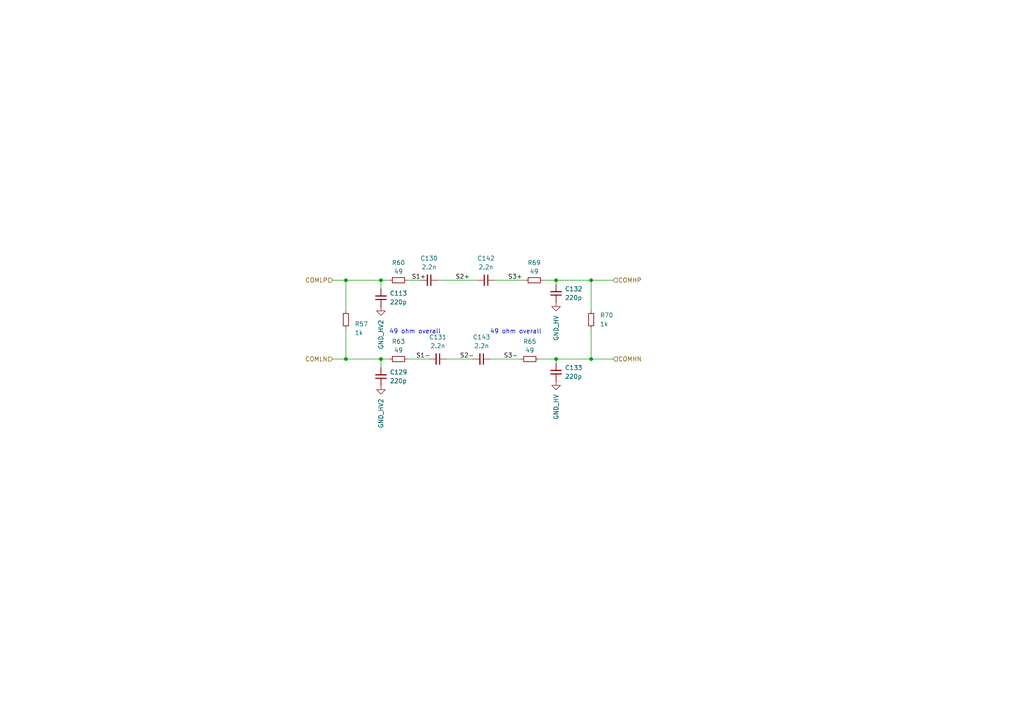
<source format=kicad_sch>
(kicad_sch (version 20250114) (generator "eeschema") (generator_version "9.0")
  (paper "A4")
  (lib_symbols
    (symbol "Device:C_Small" (pin_numbers (hide yes)) (pin_names (offset 0.254) (hide yes))
      (property "Reference" "C" (at 0.254 1.778 0))
      (property "Value" "C_Small" (at 0.254 -2.032 0))
      (symbol "C_Small_0_1"
        (polyline (pts (xy -1.524 0.508) (xy 1.524 0.508)) (stroke (width 0.3048)))
        (polyline (pts (xy -1.524 -0.508) (xy 1.524 -0.508)) (stroke (width 0.3302)))
      )
      (symbol "C_Small_1_1"
        (pin passive line (at 0 2.54 270) (length 2.032) (name "~") (number "1"))
        (pin passive line (at 0 -2.54 90) (length 2.032) (name "~") (number "2"))
      )
    )
    (symbol "Device:R_Small" (pin_numbers (hide yes)) (pin_names (offset 0.254) (hide yes))
      (property "Reference" "R" (at 0.762 0.508 0))
      (property "Value" "R_Small" (at 0.762 -1.016 0))
      (symbol "R_Small_0_1"
        (rectangle (start -0.762 1.778) (end 0.762 -1.778) (stroke (width 0.2032)))
      )
      (symbol "R_Small_1_1"
        (pin passive line (at 0 2.54 270) (length 0.762) (name "~") (number "1"))
        (pin passive line (at 0 -2.54 90) (length 0.762) (name "~") (number "2"))
      )
    )
    (symbol "power:GND" (power) (pin_numbers (hide yes)) (pin_names (offset 0) (hide yes))
      (property "Value" "GND" (at 0 -3.81 0))
      (symbol "GND_0_1"
        (polyline (pts (xy 0 0) (xy 0 -1.27) (xy 1.27 -1.27) (xy 0 -2.54) (xy -1.27 -1.27) (xy 0 -1.27)))
      )
      (symbol "GND_1_1"
        (pin power_in line (at 0 0 270) (length 0) (name "~") (number "1"))
      )
    )
  )
  (text "49 ohm overall\n" (at 120.396 96.266 0) (effects (font (size 1.27 1.27))))
  (text "49 ohm overall\n" (at 149.606 96.266 0) (effects (font (size 1.27 1.27))))
  (junction (at 110.49 104.14))
  (junction (at 100.33 81.28))
  (junction (at 171.45 81.28))
  (junction (at 161.29 104.14))
  (junction (at 100.33 104.14))
  (junction (at 171.45 104.14))
  (junction (at 161.29 81.28))
  (junction (at 110.49 81.28))
  (wire (pts (xy 113.03 104.14) (xy 110.49 104.14)))
  (wire (pts (xy 171.45 81.28) (xy 161.29 81.28)))
  (wire (pts (xy 100.33 81.28) (xy 110.49 81.28)))
  (wire (pts (xy 110.49 81.28) (xy 110.49 83.82)))
  (wire (pts (xy 100.33 95.25) (xy 100.33 104.14)))
  (wire (pts (xy 113.03 81.28) (xy 110.49 81.28)))
  (wire (pts (xy 129.54 104.14) (xy 137.16 104.14)))
  (wire (pts (xy 110.49 104.14) (xy 110.49 106.68)))
  (wire (pts (xy 127 81.28) (xy 138.43 81.28)))
  (wire (pts (xy 142.24 104.14) (xy 151.13 104.14)))
  (wire (pts (xy 161.29 82.55) (xy 161.29 81.28)))
  (wire (pts (xy 100.33 104.14) (xy 110.49 104.14)))
  (wire (pts (xy 118.11 104.14) (xy 124.46 104.14)))
  (wire (pts (xy 171.45 81.28) (xy 177.8 81.28)))
  (wire (pts (xy 171.45 104.14) (xy 177.8 104.14)))
  (wire (pts (xy 96.52 104.14) (xy 100.33 104.14)))
  (wire (pts (xy 161.29 105.41) (xy 161.29 104.14)))
  (wire (pts (xy 171.45 95.25) (xy 171.45 104.14)))
  (wire (pts (xy 118.11 81.28) (xy 121.92 81.28)))
  (wire (pts (xy 157.48 81.28) (xy 161.29 81.28)))
  (wire (pts (xy 143.51 81.28) (xy 152.4 81.28)))
  (wire (pts (xy 96.52 81.28) (xy 100.33 81.28)))
  (wire (pts (xy 100.33 81.28) (xy 100.33 90.17)))
  (wire (pts (xy 161.29 104.14) (xy 171.45 104.14)))
  (wire (pts (xy 171.45 81.28) (xy 171.45 90.17)))
  (wire (pts (xy 156.21 104.14) (xy 161.29 104.14)))
  (label "S2-" (at 133.35 104.14 0))
  (label "S3+" (at 147.32 81.28 0))
  (label "S1-" (at 120.65 104.14 0))
  (label "S3-" (at 146.05 104.14 0))
  (label "S2+" (at 132.08 81.28 0))
  (label "S1+" (at 119.38 81.28 0))
  (hierarchical_label "COMHP" (shape input) (at 177.8 81.28 0))
  (hierarchical_label "COMLN" (shape input) (at 96.52 104.14 180))
  (hierarchical_label "COMLP" (shape input) (at 96.52 81.28 180))
  (hierarchical_label "COMHN" (shape input) (at 177.8 104.14 0))
  (symbol (lib_id "Device:C_Small") (at 140.97 81.28 270) (unit 1)
    (property "Reference" "C142" (at 140.9636 74.93 90))
    (property "Value" "2.2n" (at 140.9636 77.47 90))
    (property "Footprint" "footrpint:CAPC5728X280N" (effects (hide yes)))
    (property "Datasheet" "https://www.mouser.pl/ProductDetail/Walsin/S252B222K502CT?qs=wUXugUrL1qx2Bha0j7hz5g%3D%3D" (effects (hide yes)))
    (property "Description" "Kondensator Bezpieczeństwa 250V" (effects (hide yes)))
  )
  (symbol (lib_id "Device:R_Small") (at 100.33 92.71 0) (unit 1)
    (property "Reference" "R57" (at 102.87 93.9799 0) (effects (justify left)))
    (property "Value" "1k" (at 102.87 96.5199 0) (effects (justify left)))
    (property "Footprint" "Resistor_SMD:R_0603_1608Metric_Pad0.98x0.95mm_HandSolder" (effects (hide yes)))
    (property "Datasheet" "https://www.mouser.pl/ProductDetail/Vishay-Dale/CRCW06031K00FKED?qs=sGAEpiMZZMvdGkrng054twKDKoBh%252BscnXZq73fPCFFuOJhiFMQpfiQ%3D%3D" (effects (hide yes)))
    (property "Description" "Resistor, small symbol" (effects (hide yes)))
  )
  (symbol (lib_id "Device:R_Small") (at 153.67 104.14 90) (unit 1)
    (property "Reference" "R65" (at 153.67 99.06 90))
    (property "Value" "49" (at 153.67 101.6 90))
    (property "Footprint" "Resistor_SMD:R_0603_1608Metric_Pad0.98x0.95mm_HandSolder" (effects (hide yes)))
    (property "Datasheet" "https://www.mouser.pl/ProductDetail/KOA-Speer/RK73H1HRTTCM49R9F?qs=sGAEpiMZZMvdGkrng054txLI%2FDB4oIKDjd1z9Y%252BmyaXFChdzxTCbsQ%3D%3D" (effects (hide yes)))
    (property "Description" "Resistor, small symbol" (effects (hide yes)))
  )
  (symbol (lib_id "power:GND") (at 161.29 110.49 0) (unit 1)
    (property "Reference" "#PWR0162" (effects (hide yes)))
    (property "Value" "GND_HV" (at 161.29 114.3 90) (effects (justify right)))
    (property "Description" "Power symbol creates a global label with name \"GND\" , ground" (effects (hide yes)))
  )
  (symbol (lib_id "Device:C_Small") (at 161.29 107.95 180) (unit 1)
    (property "Reference" "C133" (at 163.83 106.6735 0) (effects (justify right)))
    (property "Value" "220p" (at 163.83 109.2135 0) (effects (justify right)))
    (property "Footprint" "Capacitor_SMD:C_0603_1608Metric_Pad1.08x0.95mm_HandSolder" (effects (hide yes)))
    (property "Datasheet" "https://www.mouser.pl/ProductDetail/KEMET/C0603C221J3HACTU?qs=W0yvOO0ixfHoNiGDBH9h%252BQ%3D%3D" (effects (hide yes)))
    (property "Description" "Unpolarized capacitor, small symbol" (effects (hide yes)))
  )
  (symbol (lib_id "Device:C_Small") (at 127 104.14 270) (unit 1)
    (property "Reference" "C131" (at 126.9936 97.79 90))
    (property "Value" "2.2n" (at 126.9936 100.33 90))
    (property "Footprint" "footrpint:CAPC5728X280N" (effects (hide yes)))
    (property "Datasheet" "https://www.mouser.pl/ProductDetail/Walsin/S252B222K502CT?qs=wUXugUrL1qx2Bha0j7hz5g%3D%3D" (effects (hide yes)))
    (property "Description" "Kondensator Bezpieczeństwa 250V" (effects (hide yes)))
  )
  (symbol (lib_id "power:GND") (at 161.29 87.63 0) (unit 1)
    (property "Reference" "#PWR0161" (effects (hide yes)))
    (property "Value" "GND_HV" (at 161.29 91.44 90) (effects (justify right)))
    (property "Description" "Power symbol creates a global label with name \"GND\" , ground" (effects (hide yes)))
  )
  (symbol (lib_id "Device:R_Small") (at 115.57 81.28 90) (unit 1)
    (property "Reference" "R60" (at 115.57 76.2 90))
    (property "Value" "49" (at 115.57 78.74 90))
    (property "Footprint" "Resistor_SMD:R_0603_1608Metric_Pad0.98x0.95mm_HandSolder" (effects (hide yes)))
    (property "Datasheet" "https://www.mouser.pl/ProductDetail/KOA-Speer/RK73H1HRTTCM49R9F?qs=sGAEpiMZZMvdGkrng054txLI%2FDB4oIKDjd1z9Y%252BmyaXFChdzxTCbsQ%3D%3D" (effects (hide yes)))
    (property "Description" "Resistor, small symbol" (effects (hide yes)))
  )
  (symbol (lib_id "power:GND") (at 110.49 88.9 0) (unit 1)
    (property "Reference" "#PWR0119" (effects (hide yes)))
    (property "Value" "GND_HV2" (at 110.49 92.71 90) (effects (justify right)))
    (property "Description" "Power symbol creates a global label with name \"GND\" , ground" (effects (hide yes)))
  )
  (symbol (lib_id "Device:C_Small") (at 139.7 104.14 270) (unit 1)
    (property "Reference" "C143" (at 139.6936 97.79 90))
    (property "Value" "2.2n" (at 139.6936 100.33 90))
    (property "Footprint" "footrpint:CAPC5728X280N" (effects (hide yes)))
    (property "Datasheet" "https://www.mouser.pl/ProductDetail/Walsin/S252B222K502CT?qs=wUXugUrL1qx2Bha0j7hz5g%3D%3D" (effects (hide yes)))
    (property "Description" "Kondensator Bezpieczeństwa 250V" (effects (hide yes)))
  )
  (symbol (lib_id "Device:R_Small") (at 171.45 92.71 0) (unit 1)
    (property "Reference" "R70" (at 173.99 91.4399 0) (effects (justify left)))
    (property "Value" "1k" (at 173.99 93.9799 0) (effects (justify left)))
    (property "Footprint" "Resistor_SMD:R_0603_1608Metric_Pad0.98x0.95mm_HandSolder" (effects (hide yes)))
    (property "Datasheet" "https://www.mouser.pl/ProductDetail/Vishay-Dale/CRCW06031K00FKED?qs=sGAEpiMZZMvdGkrng054twKDKoBh%252BscnXZq73fPCFFuOJhiFMQpfiQ%3D%3D" (effects (hide yes)))
    (property "Description" "Resistor, small symbol" (effects (hide yes)))
  )
  (symbol (lib_id "Device:R_Small") (at 154.94 81.28 90) (unit 1)
    (property "Reference" "R69" (at 154.94 76.2 90))
    (property "Value" "49" (at 154.94 78.74 90))
    (property "Footprint" "Resistor_SMD:R_0603_1608Metric_Pad0.98x0.95mm_HandSolder" (effects (hide yes)))
    (property "Datasheet" "https://www.mouser.pl/ProductDetail/KOA-Speer/RK73H1HRTTCM49R9F?qs=sGAEpiMZZMvdGkrng054txLI%2FDB4oIKDjd1z9Y%252BmyaXFChdzxTCbsQ%3D%3D" (effects (hide yes)))
    (property "Description" "Resistor, small symbol" (effects (hide yes)))
  )
  (symbol (lib_id "Device:C_Small") (at 161.29 85.09 180) (unit 1)
    (property "Reference" "C132" (at 163.83 83.8135 0) (effects (justify right)))
    (property "Value" "220p" (at 163.83 86.3535 0) (effects (justify right)))
    (property "Footprint" "Capacitor_SMD:C_0603_1608Metric_Pad1.08x0.95mm_HandSolder" (effects (hide yes)))
    (property "Datasheet" "https://www.mouser.pl/ProductDetail/KEMET/C0603C221J3HACTU?qs=W0yvOO0ixfHoNiGDBH9h%252BQ%3D%3D" (effects (hide yes)))
    (property "Description" "https://www.mouser.pl/ProductDetail/KEMET/C0603C221J3HACTU?qs=W0yvOO0ixfHoNiGDBH9h%252BQ%3D%3D" (effects (hide yes)))
  )
  (symbol (lib_id "Device:R_Small") (at 115.57 104.14 90) (unit 1)
    (property "Reference" "R63" (at 115.57 99.06 90))
    (property "Value" "49" (at 115.57 101.6 90))
    (property "Footprint" "Resistor_SMD:R_0603_1608Metric_Pad0.98x0.95mm_HandSolder" (effects (hide yes)))
    (property "Datasheet" "https://www.mouser.pl/ProductDetail/KOA-Speer/RK73H1HRTTCM49R9F?qs=sGAEpiMZZMvdGkrng054txLI%2FDB4oIKDjd1z9Y%252BmyaXFChdzxTCbsQ%3D%3D" (effects (hide yes)))
    (property "Description" "Resistor, small symbol" (effects (hide yes)))
  )
  (symbol (lib_id "Device:C_Small") (at 110.49 109.22 180) (unit 1)
    (property "Reference" "C129" (at 113.03 107.9435 0) (effects (justify right)))
    (property "Value" "220p" (at 113.03 110.4835 0) (effects (justify right)))
    (property "Footprint" "Capacitor_SMD:C_0603_1608Metric_Pad1.08x0.95mm_HandSolder" (effects (hide yes)))
    (property "Datasheet" "https://www.mouser.pl/ProductDetail/KEMET/C0603C221J3HACTU?qs=W0yvOO0ixfHoNiGDBH9h%252BQ%3D%3D" (effects (hide yes)))
    (property "Description" "Unpolarized capacitor, small symbol" (effects (hide yes)))
  )
  (symbol (lib_id "power:GND") (at 110.49 111.76 0) (unit 1)
    (property "Reference" "#PWR0160" (effects (hide yes)))
    (property "Value" "GND_HV2" (at 110.49 115.57 90) (effects (justify right)))
    (property "Description" "Power symbol creates a global label with name \"GND\" , ground" (effects (hide yes)))
  )
  (symbol (lib_id "Device:C_Small") (at 110.49 86.36 180) (unit 1)
    (property "Reference" "C113" (at 113.03 85.0835 0) (effects (justify right)))
    (property "Value" "220p" (at 113.03 87.6235 0) (effects (justify right)))
    (property "Footprint" "Capacitor_SMD:C_0603_1608Metric_Pad1.08x0.95mm_HandSolder" (effects (hide yes)))
    (property "Datasheet" "https://www.mouser.pl/ProductDetail/KEMET/C0603C221J3HACTU?qs=W0yvOO0ixfHoNiGDBH9h%252BQ%3D%3D" (effects (hide yes)))
    (property "Description" "Unpolarized capacitor, small symbol" (effects (hide yes)))
  )
  (symbol (lib_id "Device:C_Small") (at 124.46 81.28 270) (unit 1)
    (property "Reference" "C130" (at 124.4536 74.93 90))
    (property "Value" "2.2n" (at 124.4536 77.47 90))
    (property "Footprint" "footrpint:CAPC5728X280N" (effects (hide yes)))
    (property "Datasheet" "https://www.mouser.pl/ProductDetail/Walsin/S252B222K502CT?qs=wUXugUrL1qx2Bha0j7hz5g%3D%3D" (effects (hide yes)))
    (property "Description" "Kondensator Bezpieczeństwa 250V" (effects (hide yes)))
  )
)
</source>
